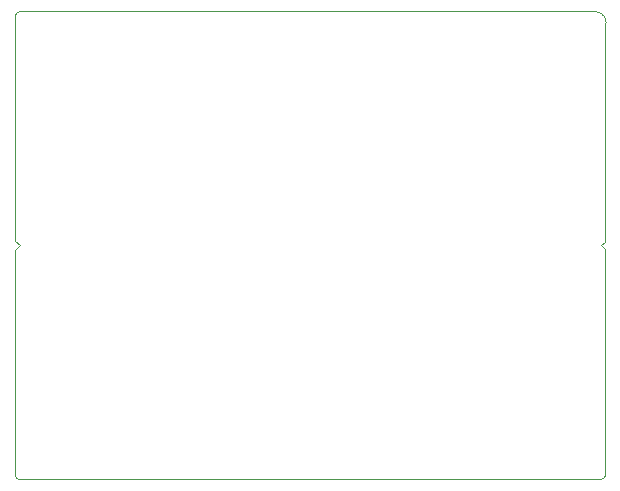
<source format=gbo>
G75*
G70*
%OFA0B0*%
%FSLAX24Y24*%
%IPPOS*%
%LPD*%
%AMOC8*
5,1,8,0,0,1.08239X$1,22.5*
%
%ADD10C,0.0000*%
D10*
X002429Y003185D02*
X021676Y003185D01*
X021677Y003184D02*
X021706Y003181D01*
X021735Y003182D01*
X021764Y003186D01*
X021792Y003193D01*
X021820Y003204D01*
X021845Y003218D01*
X021869Y003235D01*
X021891Y003255D01*
X021910Y003278D01*
X021926Y003302D01*
X021939Y003328D01*
X021949Y003356D01*
X021956Y003385D01*
X021955Y003385D02*
X021953Y003385D01*
X021953Y010862D01*
X021795Y010980D01*
X021953Y011098D01*
X021955Y018380D01*
X021955Y018381D02*
X021957Y018416D01*
X021956Y018451D01*
X021951Y018486D01*
X021943Y018521D01*
X021931Y018554D01*
X021916Y018586D01*
X021899Y018617D01*
X021878Y018645D01*
X021854Y018672D01*
X021829Y018696D01*
X021800Y018717D01*
X021770Y018736D01*
X021739Y018751D01*
X021705Y018763D01*
X021671Y018772D01*
X021636Y018778D01*
X021637Y018777D02*
X002418Y018777D01*
X002397Y018776D01*
X002376Y018771D01*
X002356Y018764D01*
X002338Y018753D01*
X002321Y018740D01*
X002307Y018724D01*
X002295Y018707D01*
X002286Y018687D01*
X002280Y018667D01*
X002277Y018646D01*
X002268Y018568D01*
X002268Y011138D01*
X002425Y010980D01*
X002268Y010823D01*
X002268Y010626D01*
X002268Y003394D01*
X002266Y003370D01*
X002267Y003345D01*
X002272Y003321D01*
X002279Y003298D01*
X002290Y003276D01*
X002304Y003255D01*
X002320Y003237D01*
X002338Y003221D01*
X002359Y003207D01*
X002381Y003197D01*
X002404Y003189D01*
X002428Y003185D01*
M02*

</source>
